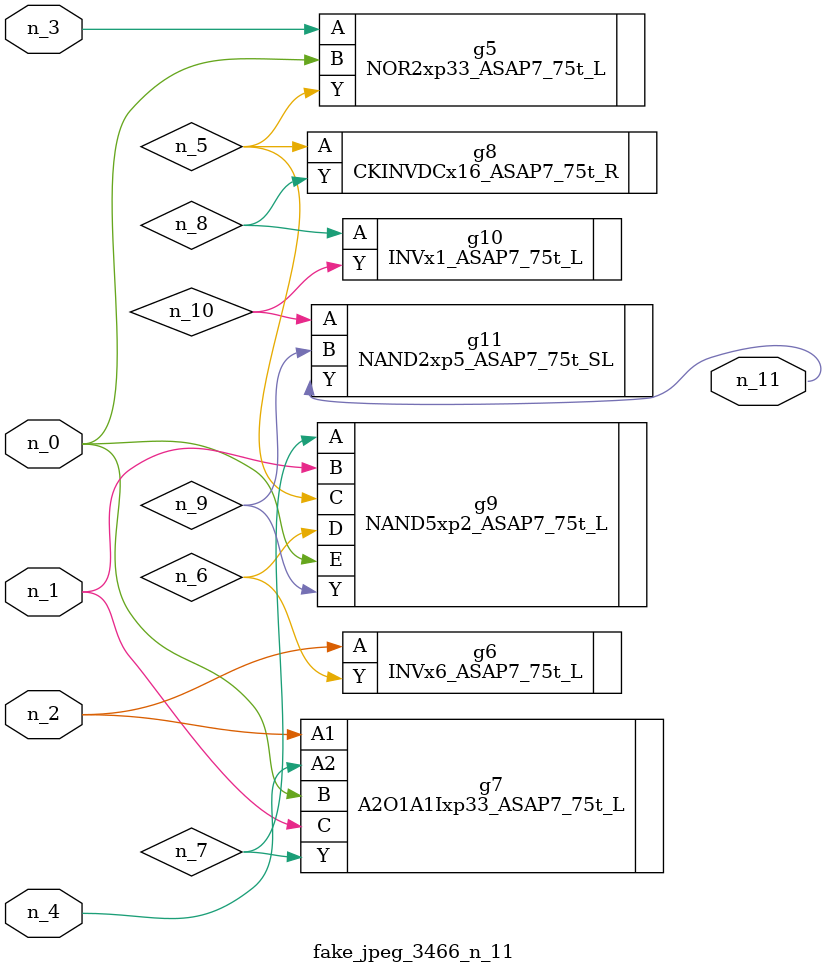
<source format=v>
module fake_jpeg_3466_n_11 (n_3, n_2, n_1, n_0, n_4, n_11);

input n_3;
input n_2;
input n_1;
input n_0;
input n_4;

output n_11;

wire n_10;
wire n_8;
wire n_9;
wire n_6;
wire n_5;
wire n_7;

NOR2xp33_ASAP7_75t_L g5 ( 
.A(n_3),
.B(n_0),
.Y(n_5)
);

INVx6_ASAP7_75t_L g6 ( 
.A(n_2),
.Y(n_6)
);

A2O1A1Ixp33_ASAP7_75t_L g7 ( 
.A1(n_2),
.A2(n_4),
.B(n_0),
.C(n_1),
.Y(n_7)
);

CKINVDCx16_ASAP7_75t_R g8 ( 
.A(n_5),
.Y(n_8)
);

INVx1_ASAP7_75t_L g10 ( 
.A(n_8),
.Y(n_10)
);

NAND5xp2_ASAP7_75t_L g9 ( 
.A(n_7),
.B(n_1),
.C(n_5),
.D(n_6),
.E(n_0),
.Y(n_9)
);

NAND2xp5_ASAP7_75t_SL g11 ( 
.A(n_10),
.B(n_9),
.Y(n_11)
);


endmodule
</source>
